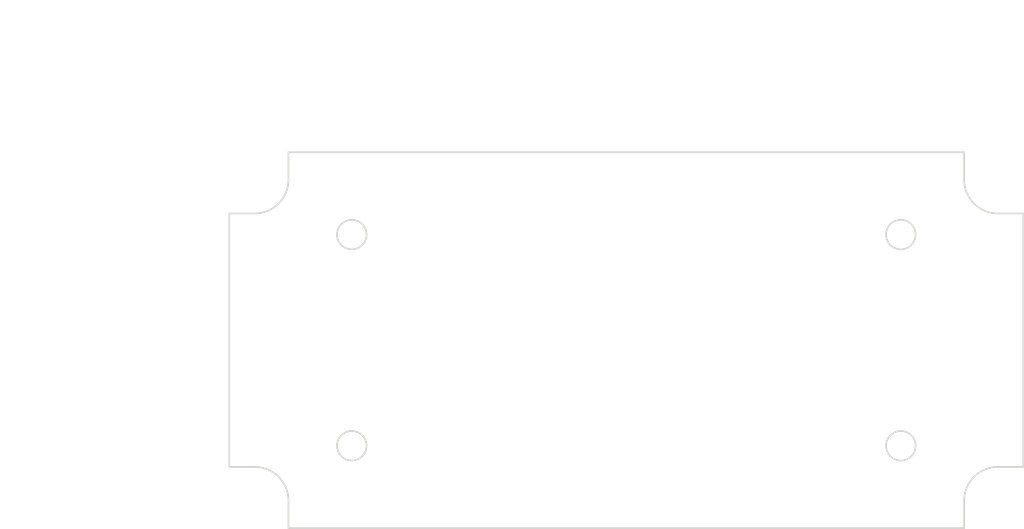
<source format=kicad_pcb>
(kicad_pcb (version 20171130) (host pcbnew "(5.1.0)-1")

  (general
    (thickness 1.6)
    (drawings 66)
    (tracks 0)
    (zones 0)
    (modules 0)
    (nets 1)
  )

  (page A4)
  (layers
    (0 F.Cu signal)
    (31 B.Cu signal)
    (32 B.Adhes user)
    (33 F.Adhes user)
    (34 B.Paste user)
    (35 F.Paste user)
    (36 B.SilkS user)
    (37 F.SilkS user)
    (38 B.Mask user)
    (39 F.Mask user)
    (40 Dwgs.User user)
    (41 Cmts.User user)
    (42 Eco1.User user)
    (43 Eco2.User user)
    (44 Edge.Cuts user)
    (45 Margin user)
    (46 B.CrtYd user)
    (47 F.CrtYd user)
    (48 B.Fab user)
    (49 F.Fab user)
  )

  (setup
    (last_trace_width 0.25)
    (trace_clearance 0.2)
    (zone_clearance 0.508)
    (zone_45_only no)
    (trace_min 0.2)
    (via_size 0.8)
    (via_drill 0.4)
    (via_min_size 0.4)
    (via_min_drill 0.3)
    (uvia_size 0.3)
    (uvia_drill 0.1)
    (uvias_allowed no)
    (uvia_min_size 0.2)
    (uvia_min_drill 0.1)
    (edge_width 0.05)
    (segment_width 0.2)
    (pcb_text_width 0.3)
    (pcb_text_size 1.5 1.5)
    (mod_edge_width 0.12)
    (mod_text_size 1 1)
    (mod_text_width 0.15)
    (pad_size 1.524 1.524)
    (pad_drill 0.762)
    (pad_to_mask_clearance 0.051)
    (solder_mask_min_width 0.25)
    (aux_axis_origin 0 0)
    (visible_elements FFFFFF7F)
    (pcbplotparams
      (layerselection 0x010fc_ffffffff)
      (usegerberextensions false)
      (usegerberattributes false)
      (usegerberadvancedattributes false)
      (creategerberjobfile false)
      (excludeedgelayer true)
      (linewidth 0.152400)
      (plotframeref false)
      (viasonmask false)
      (mode 1)
      (useauxorigin false)
      (hpglpennumber 1)
      (hpglpenspeed 20)
      (hpglpendiameter 15.000000)
      (psnegative false)
      (psa4output false)
      (plotreference true)
      (plotvalue true)
      (plotinvisibletext false)
      (padsonsilk false)
      (subtractmaskfromsilk false)
      (outputformat 1)
      (mirror false)
      (drillshape 1)
      (scaleselection 1)
      (outputdirectory ""))
  )

  (net 0 "")

  (net_class Default "This is the default net class."
    (clearance 0.2)
    (trace_width 0.25)
    (via_dia 0.8)
    (via_drill 0.4)
    (uvia_dia 0.3)
    (uvia_drill 0.1)
  )

  (gr_line (start 103.271479 117.783641) (end 103.271479 87.78364) (layer Edge.Cuts) (width 0.2))
  (gr_line (start 106.27148 117.783641) (end 103.271479 117.783641) (layer Edge.Cuts) (width 0.2))
  (gr_arc (start 106.27148 121.783641) (end 110.27148 121.783641) (angle -90) (layer Edge.Cuts) (width 0.2))
  (gr_line (start 110.27148 125.03364) (end 110.27148 121.783641) (layer Edge.Cuts) (width 0.2))
  (gr_line (start 190.27148 125.03364) (end 110.27148 125.03364) (layer Edge.Cuts) (width 0.2))
  (gr_line (start 190.27148 121.783641) (end 190.27148 125.03364) (layer Edge.Cuts) (width 0.2))
  (gr_arc (start 194.27148 121.783641) (end 194.27148 117.783641) (angle -90) (layer Edge.Cuts) (width 0.2))
  (gr_line (start 197.27148 117.783641) (end 194.27148 117.783641) (layer Edge.Cuts) (width 0.2))
  (gr_line (start 197.27148 87.78364) (end 197.27148 117.783641) (layer Edge.Cuts) (width 0.2))
  (gr_line (start 194.27148 87.78364) (end 197.27148 87.78364) (layer Edge.Cuts) (width 0.2))
  (gr_arc (start 194.27148 83.78364) (end 190.27148 83.78364) (angle -90) (layer Edge.Cuts) (width 0.2))
  (gr_line (start 190.27148 80.533641) (end 190.27148 83.78364) (layer Edge.Cuts) (width 0.2))
  (gr_line (start 110.27148 80.533641) (end 190.27148 80.533641) (layer Edge.Cuts) (width 0.2))
  (gr_line (start 110.27148 83.78364) (end 110.27148 80.533641) (layer Edge.Cuts) (width 0.2))
  (gr_arc (start 106.27148 83.78364) (end 106.27148 87.78364) (angle -90) (layer Edge.Cuts) (width 0.2))
  (gr_line (start 103.271479 87.78364) (end 106.27148 87.78364) (layer Edge.Cuts) (width 0.2))
  (gr_circle (center 117.77148 115.283641) (end 119.52148 115.283641) (layer Edge.Cuts) (width 0.2))
  (gr_circle (center 182.77148 115.283641) (end 184.52148 115.283641) (layer Edge.Cuts) (width 0.2))
  (gr_circle (center 182.77148 90.28364) (end 184.52148 90.28364) (layer Edge.Cuts) (width 0.2))
  (gr_circle (center 117.77148 90.28364) (end 119.52148 90.28364) (layer Edge.Cuts) (width 0.2))
  (gr_line (start 182.77148 115.37364) (end 182.77148 115.19364) (layer Dwgs.User) (width 0.2))
  (gr_line (start 182.68148 115.28364) (end 182.86148 115.28364) (layer Dwgs.User) (width 0.2))
  (gr_text [∅0.14] (at 171.55506 113.859629) (layer Dwgs.User)
    (effects (font (size 1.7 1.53) (thickness 0.2125)))
  )
  (gr_text " ∅3.50" (at 171.55506 110.226818) (layer Dwgs.User)
    (effects (font (size 1.7 1.53) (thickness 0.2125)))
  )
  (gr_line (start 178.09193 111.942337) (end 179.719599 113.104529) (layer Dwgs.User) (width 0.2))
  (gr_line (start 176.09193 111.942337) (end 178.09193 111.942337) (layer Dwgs.User) (width 0.2))
  (gr_text [.98] (at 95.771479 102.323177) (layer Dwgs.User)
    (effects (font (size 1.7 1.53) (thickness 0.2125)))
  )
  (gr_text " 25.00" (at 95.771479 98.765741) (layer Dwgs.User)
    (effects (font (size 1.7 1.53) (thickness 0.2125)))
  )
  (gr_line (start 95.771479 92.28364) (end 95.771479 96.87628) (layer Dwgs.User) (width 0.2))
  (gr_line (start 95.771479 113.28364) (end 95.771479 103.991151) (layer Dwgs.User) (width 0.2))
  (gr_line (start 116.77148 90.28364) (end 92.596479 90.28364) (layer Dwgs.User) (width 0.2))
  (gr_line (start 116.77148 115.28364) (end 92.596479 115.28364) (layer Dwgs.User) (width 0.2))
  (gr_text [2.56] (at 140.960863 78.20848) (layer Dwgs.User)
    (effects (font (size 1.7 1.53) (thickness 0.2125)))
  )
  (gr_text " 65.00" (at 140.960863 74.651045) (layer Dwgs.User)
    (effects (font (size 1.7 1.53) (thickness 0.2125)))
  )
  (gr_line (start 180.77148 76.319019) (end 145.005475 76.319019) (layer Dwgs.User) (width 0.2))
  (gr_line (start 119.77148 76.319019) (end 136.916252 76.319019) (layer Dwgs.User) (width 0.2))
  (gr_line (start 182.77148 89.28364) (end 182.77148 73.144019) (layer Dwgs.User) (width 0.2))
  (gr_line (start 117.77148 89.28364) (end 117.77148 73.144019) (layer Dwgs.User) (width 0.2))
  (gr_text [3.15] (at 156.760148 72.423102) (layer Dwgs.User)
    (effects (font (size 1.7 1.53) (thickness 0.2125)))
  )
  (gr_text " 80.00" (at 156.760148 68.865666) (layer Dwgs.User)
    (effects (font (size 1.7 1.53) (thickness 0.2125)))
  )
  (gr_line (start 112.27148 70.53364) (end 152.715537 70.53364) (layer Dwgs.User) (width 0.2))
  (gr_line (start 188.27148 70.53364) (end 160.804759 70.53364) (layer Dwgs.User) (width 0.2))
  (gr_line (start 110.27148 79.533641) (end 110.27148 67.35864) (layer Dwgs.User) (width 0.2))
  (gr_line (start 190.27148 79.533641) (end 190.27148 67.35864) (layer Dwgs.User) (width 0.2))
  (gr_text [R0.16] (at 125.032263 100.641801) (layer Dwgs.User)
    (effects (font (size 1.7 1.53) (thickness 0.2125)))
  )
  (gr_text " R4.00" (at 125.032263 97.084365) (layer Dwgs.User)
    (effects (font (size 1.7 1.53) (thickness 0.2125)))
  )
  (gr_line (start 118.561492 98.752339) (end 110.078861 88.420865) (layer Dwgs.User) (width 0.2))
  (gr_line (start 120.561492 98.752339) (end 118.561492 98.752339) (layer Dwgs.User) (width 0.2))
  (gr_text [1.18] (at 87.27148 112.223694) (layer Dwgs.User)
    (effects (font (size 1.7 1.53) (thickness 0.2125)))
  )
  (gr_text " 30.00" (at 87.27148 108.665679) (layer Dwgs.User)
    (effects (font (size 1.7 1.53) (thickness 0.2125)))
  )
  (gr_line (start 87.271479 89.78364) (end 87.271479 106.776217) (layer Dwgs.User) (width 0.2))
  (gr_line (start 87.27148 115.78364) (end 87.271479 113.892248) (layer Dwgs.User) (width 0.2))
  (gr_line (start 102.27148 87.78364) (end 84.096479 87.78364) (layer Dwgs.User) (width 0.2))
  (gr_line (start 102.27148 117.78364) (end 84.09648 117.78364) (layer Dwgs.User) (width 0.2))
  (gr_text [1.75] (at 80.148444 99.551987) (layer Dwgs.User)
    (effects (font (size 1.7 1.53) (thickness 0.2125)))
  )
  (gr_text " 44.50" (at 80.148444 95.994552) (layer Dwgs.User)
    (effects (font (size 1.7 1.53) (thickness 0.2125)))
  )
  (gr_line (start 80.148444 82.533641) (end 80.148444 94.105091) (layer Dwgs.User) (width 0.2))
  (gr_line (start 80.148444 123.03364) (end 80.148444 101.219962) (layer Dwgs.User) (width 0.2))
  (gr_line (start 109.27148 80.533641) (end 76.973444 80.533641) (layer Dwgs.User) (width 0.2))
  (gr_line (start 109.27148 125.03364) (end 76.973444 125.03364) (layer Dwgs.User) (width 0.2))
  (gr_text [3.70] (at 141.792405 67.673102) (layer Dwgs.User)
    (effects (font (size 1.7 1.53) (thickness 0.2125)))
  )
  (gr_text " 94.00" (at 141.792405 64.115666) (layer Dwgs.User)
    (effects (font (size 1.7 1.53) (thickness 0.2125)))
  )
  (gr_line (start 105.271479 65.78364) (end 137.747793 65.78364) (layer Dwgs.User) (width 0.2))
  (gr_line (start 195.27148 65.78364) (end 145.837016 65.78364) (layer Dwgs.User) (width 0.2))
  (gr_line (start 103.271479 86.78364) (end 103.271479 62.60864) (layer Dwgs.User) (width 0.2))
  (gr_line (start 197.27148 86.78364) (end 197.27148 62.60864) (layer Dwgs.User) (width 0.2))

)

</source>
